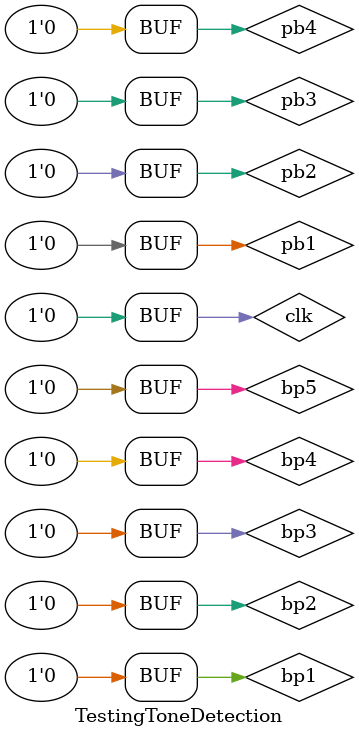
<source format=v>
`timescale 1ns / 1ps


module TestingToneDetection;

	// Inputs
	reg clk;
	reg bp1;
	reg bp2;
	reg bp3;
	reg bp4;
	reg bp5;
	reg pb1;
	reg pb2;
	reg pb3;
	reg pb4;

	// Outputs
	wire [2:0] tdDir;

	// Instantiate the Unit Under Test (UUT)
	ToneDetection uut (
		.clk(clk), 
		.bp1(bp1), 
		.bp2(bp2), 
		.bp3(bp3), 
		.bp4(bp4), 
		.bp5(bp5), 
		.pb1(pb1), 
		.pb2(pb2), 
		.pb3(pb3), 
		.pb4(pb4), 
		.tdDir(tdDir)
	);

	initial begin
		// Initialize Inputs
		clk = 0;
		bp1 = 0;
		bp2 = 0;
		bp3 = 0;
		bp4 = 0;
		bp5 = 0;
		pb1 = 0;
		pb2 = 0;
		pb3 = 0;
		pb4 = 0;

		// Wait 100 ns for global reset to finish
		#100;
        
		// Add stimulus here

	end
	
	always begin
		#10 pb1 = 1;
		#10 pb1 = 0;
		pb2 = 1;
		#10;
		pb2 = 0;
	end	
      
endmodule


</source>
